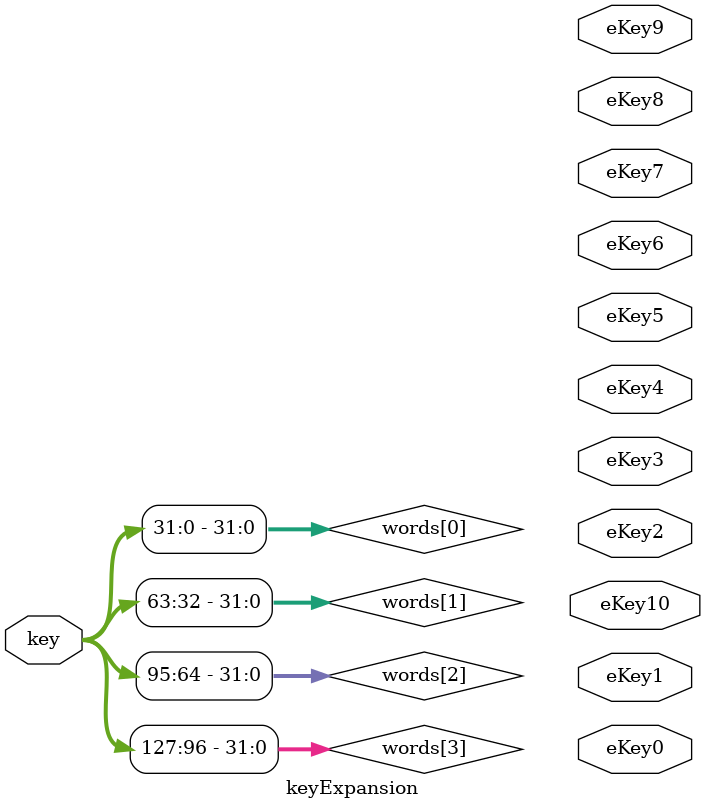
<source format=v>
module keyExpansion(
	input  [127:0] key,
	output [127:0] eKey0,
	output [127:0] eKey1,
	output [127:0] eKey2,
	output [127:0] eKey3,
	output [127:0] eKey4,
	output [127:0] eKey5,
	output [127:0] eKey6,
	output [127:0] eKey7,
	output [127:0] eKey8,
	output [127:0] eKey9,
	output [127:0] eKey10);


	wire [31:0] reg0 [0:9];
	wire [31:0] words [43:0];
	
	assign words[0] = key[31:0];
	assign words[1] = key[63:32];
	assign words[2] = key[95:64];
	assign words[3] = key[127:96];
	GFunction u0 (.val(words[3]) , .round(r),.gVal(reg0[0]));
	assign words[4] = words[0] ^ reg0[0];
	assign words[5] = words[1] ^ words[4];
	assign words[6] = words[2] ^ words[5];
	assign words[7] = words[3] ^ words[6];
	GFunction u1 (.val(words[7]),.round(),.gVal(reg0[2]));
	assign words[8] = words[4] ^ reg0[1];
	assign words[9] = words[5] ^ words[8];
	assign words[10] = words[6] ^ words[9];
	assign words[11] = words[7] ^ words[10];
	GFunction u2 (.val(words[11]),.round(),.gVal(reg0[3]));
	assign words[12] = words[8] ^ reg0[2];
	assign words[13] = words[9] ^ words[12];
	assign words[14] = words[10] ^ words[13];
	assign words[15] = words[11] ^ words[14];
	GFunction u3 (.val(words[15]),.round(),.gVal(reg0[4]));
	assign words[16] = words[12] ^ reg0[3];
	assign words[17] = words[13] ^ words[16];
	assign words[18] = words[14] ^ words[17];
	assign words[19] = words[15] ^ words[18];
	GFunction u4 (.val(words[19]),.round(),.gVal(reg0[5]));
	assign words[20] = words[16] ^ reg0[4];
	assign words[21] = words[17] ^ words[20];
	assign words[22] = words[18] ^ words[21];
	assign words[23] = words[19] ^ words[22];
	GFunction u5 (.val(words[23]),.round(),.gVal(reg0[6]));
	assign words[24] = words[20] ^ reg0[5];
	assign words[25] = words[21] ^ words[24];
	assign words[26] = words[22] ^ words[25];
	assign words[27] = words[23] ^ words[26];
	GFunction u6 (.val(words[27]),.round(),.gVal(reg0[7]));
	assign words[28] = words[24] ^ reg0[6];
	assign words[29] = words[25] ^ words[28];
	assign words[30] = words[26] ^ words[29];
	assign words[31] = words[27] ^ words[30];
	GFunction u7 (.val(words[31]),.round(),.gVal(reg0[8]));
	assign words[32] = words[28] ^ reg0[7];
	assign words[33] = words[29] ^ words[32];
	assign words[34] = words[30] ^ words[33];
	assign words[35] = words[31] ^ words[34];
	GFunction u8 (.val(words[35]),.round(),.gVal(reg0[9]));
	assign words[36] = words[32] ^ reg0[8];
	assign words[37] = words[33] ^ words[36];
	assign words[38] = words[34] ^ words[37];
	assign words[39] = words[35] ^ words[38];
	GFunction u9 (.val(words[39]),.round(),.gVal(reg0[10]));
	assign words[40] = words[36] ^ reg0[9];
	assign words[41] = words[37] ^ words[40];
	assign words[42] = words[38] ^ words[41];
	assign words[43] = words[39] ^ words[42];
	
	assign ekey1 = {words[4],words[5],words[6],words[7]};
	assign ekey2 = {words[8],words[9],words[10],words[11]};
	assign ekey3 = {words[12],words[13],words[14],words[15]};
	assign ekey4 = {words[16],words[17],words[18],words[19]};
	assign ekey5 = {words[20],words[21],words[22],words[23]};
	assign ekey6 = {words[24],words[25],words[26],words[27]};
	assign ekey7 = {words[28],words[29],words[30],words[31]};
	assign ekey8 = {words[32],words[33],words[34],words[35]};
	assign ekey9 = {words[36],words[37],words[38],words[39]};
	assign ekey10 = {words[40],words[41],words[42],words[43]};
	//end
endmodule 
</source>
